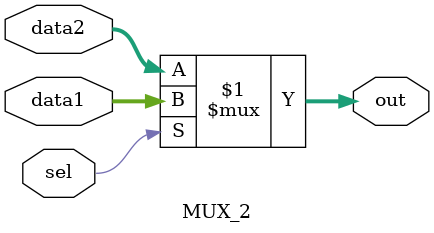
<source format=v>
`timescale 1ps / 1ps
module MUX_2(sel,data1,data2,out
    );
	 
	 input [31:0] data1,data2;
	 input sel;
	 output [31:0] out;
	 
	 assign #10 out =  sel ? data1:data2;
	 


endmodule

</source>
